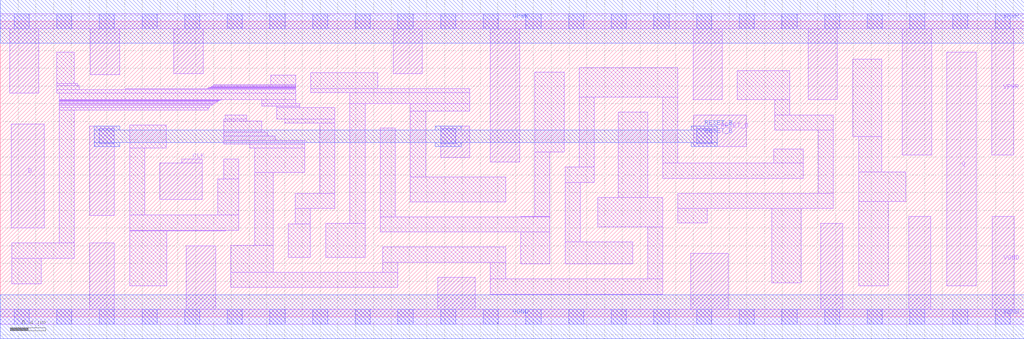
<source format=lef>
# Copyright 2020 The SkyWater PDK Authors
#
# Licensed under the Apache License, Version 2.0 (the "License");
# you may not use this file except in compliance with the License.
# You may obtain a copy of the License at
#
#     https://www.apache.org/licenses/LICENSE-2.0
#
# Unless required by applicable law or agreed to in writing, software
# distributed under the License is distributed on an "AS IS" BASIS,
# WITHOUT WARRANTIES OR CONDITIONS OF ANY KIND, either express or implied.
# See the License for the specific language governing permissions and
# limitations under the License.
#
# SPDX-License-Identifier: Apache-2.0

VERSION 5.7 ;
  NAMESCASESENSITIVE ON ;
  NOWIREEXTENSIONATPIN ON ;
  DIVIDERCHAR "/" ;
  BUSBITCHARS "[]" ;
UNITS
  DATABASE MICRONS 200 ;
END UNITS
MACRO sky130_fd_sc_ls__dfrtp_2
  CLASS CORE ;
  SOURCE USER ;
  FOREIGN sky130_fd_sc_ls__dfrtp_2 ;
  ORIGIN  0.000000  0.000000 ;
  SIZE  11.52000 BY  3.330000 ;
  SYMMETRY X Y R90 ;
  SITE unit ;
  PIN D
    ANTENNAGATEAREA  0.126000 ;
    DIRECTION INPUT ;
    USE SIGNAL ;
    PORT
      LAYER li1 ;
        RECT 0.125000 1.000000 0.495000 2.170000 ;
    END
  END D
  PIN Q
    ANTENNADIFFAREA  0.543200 ;
    DIRECTION OUTPUT ;
    USE SIGNAL ;
    PORT
      LAYER li1 ;
        RECT 10.650000 0.350000 10.980000 2.980000 ;
    END
  END Q
  PIN RESET_B
    ANTENNAGATEAREA  0.378000 ;
    DIRECTION INPUT ;
    USE SIGNAL ;
    PORT
      LAYER li1 ;
        RECT 1.005000 1.140000 1.285000 2.150000 ;
        RECT 4.955000 1.795000 5.285000 2.150000 ;
        RECT 7.805000 1.920000 8.395000 2.275000 ;
      LAYER mcon ;
        RECT 1.115000 1.950000 1.285000 2.120000 ;
        RECT 4.955000 1.950000 5.125000 2.120000 ;
        RECT 7.835000 1.950000 8.005000 2.120000 ;
      LAYER met1 ;
        RECT 1.055000 1.920000 1.345000 1.965000 ;
        RECT 1.055000 1.965000 8.065000 2.105000 ;
        RECT 1.055000 2.105000 1.345000 2.150000 ;
        RECT 4.895000 1.920000 5.185000 1.965000 ;
        RECT 4.895000 2.105000 5.185000 2.150000 ;
        RECT 7.775000 1.920000 8.065000 1.965000 ;
        RECT 7.775000 2.105000 8.065000 2.150000 ;
    END
  END RESET_B
  PIN CLK
    ANTENNAGATEAREA  0.261000 ;
    DIRECTION INPUT ;
    USE CLOCK ;
    PORT
      LAYER li1 ;
        RECT 1.795000 1.320000 2.275000 1.730000 ;
        RECT 2.045000 1.730000 2.275000 1.780000 ;
    END
  END CLK
  PIN VGND
    DIRECTION INOUT ;
    SHAPE ABUTMENT ;
    USE GROUND ;
    PORT
      LAYER li1 ;
        RECT  0.000000 -0.085000 11.520000 0.085000 ;
        RECT  1.005000  0.085000  1.285000 0.830000 ;
        RECT  2.095000  0.085000  2.425000 0.800000 ;
        RECT  4.920000  0.085000  5.345000 0.445000 ;
        RECT  7.770000  0.085000  8.190000 0.715000 ;
        RECT  9.230000  0.085000  9.480000 1.050000 ;
        RECT 10.220000  0.085000 10.470000 1.130000 ;
        RECT 11.160000  0.085000 11.410000 1.130000 ;
      LAYER mcon ;
        RECT  0.155000 -0.085000  0.325000 0.085000 ;
        RECT  0.635000 -0.085000  0.805000 0.085000 ;
        RECT  1.115000 -0.085000  1.285000 0.085000 ;
        RECT  1.595000 -0.085000  1.765000 0.085000 ;
        RECT  2.075000 -0.085000  2.245000 0.085000 ;
        RECT  2.555000 -0.085000  2.725000 0.085000 ;
        RECT  3.035000 -0.085000  3.205000 0.085000 ;
        RECT  3.515000 -0.085000  3.685000 0.085000 ;
        RECT  3.995000 -0.085000  4.165000 0.085000 ;
        RECT  4.475000 -0.085000  4.645000 0.085000 ;
        RECT  4.955000 -0.085000  5.125000 0.085000 ;
        RECT  5.435000 -0.085000  5.605000 0.085000 ;
        RECT  5.915000 -0.085000  6.085000 0.085000 ;
        RECT  6.395000 -0.085000  6.565000 0.085000 ;
        RECT  6.875000 -0.085000  7.045000 0.085000 ;
        RECT  7.355000 -0.085000  7.525000 0.085000 ;
        RECT  7.835000 -0.085000  8.005000 0.085000 ;
        RECT  8.315000 -0.085000  8.485000 0.085000 ;
        RECT  8.795000 -0.085000  8.965000 0.085000 ;
        RECT  9.275000 -0.085000  9.445000 0.085000 ;
        RECT  9.755000 -0.085000  9.925000 0.085000 ;
        RECT 10.235000 -0.085000 10.405000 0.085000 ;
        RECT 10.715000 -0.085000 10.885000 0.085000 ;
        RECT 11.195000 -0.085000 11.365000 0.085000 ;
      LAYER met1 ;
        RECT 0.000000 -0.245000 11.520000 0.245000 ;
    END
  END VGND
  PIN VPWR
    DIRECTION INOUT ;
    SHAPE ABUTMENT ;
    USE POWER ;
    PORT
      LAYER li1 ;
        RECT  0.000000 3.245000 11.520000 3.415000 ;
        RECT  0.105000 2.520000  0.435000 3.245000 ;
        RECT  1.015000 2.730000  1.345000 3.245000 ;
        RECT  1.955000 2.740000  2.285000 3.245000 ;
        RECT  4.420000 2.740000  4.750000 3.245000 ;
        RECT  5.515000 1.745000  5.845000 3.245000 ;
        RECT  7.795000 2.445000  8.125000 3.245000 ;
        RECT  9.090000 2.445000  9.420000 3.245000 ;
        RECT 10.150000 1.820000 10.480000 3.245000 ;
        RECT 11.155000 1.820000 11.405000 3.245000 ;
      LAYER mcon ;
        RECT  0.155000 3.245000  0.325000 3.415000 ;
        RECT  0.635000 3.245000  0.805000 3.415000 ;
        RECT  1.115000 3.245000  1.285000 3.415000 ;
        RECT  1.595000 3.245000  1.765000 3.415000 ;
        RECT  2.075000 3.245000  2.245000 3.415000 ;
        RECT  2.555000 3.245000  2.725000 3.415000 ;
        RECT  3.035000 3.245000  3.205000 3.415000 ;
        RECT  3.515000 3.245000  3.685000 3.415000 ;
        RECT  3.995000 3.245000  4.165000 3.415000 ;
        RECT  4.475000 3.245000  4.645000 3.415000 ;
        RECT  4.955000 3.245000  5.125000 3.415000 ;
        RECT  5.435000 3.245000  5.605000 3.415000 ;
        RECT  5.915000 3.245000  6.085000 3.415000 ;
        RECT  6.395000 3.245000  6.565000 3.415000 ;
        RECT  6.875000 3.245000  7.045000 3.415000 ;
        RECT  7.355000 3.245000  7.525000 3.415000 ;
        RECT  7.835000 3.245000  8.005000 3.415000 ;
        RECT  8.315000 3.245000  8.485000 3.415000 ;
        RECT  8.795000 3.245000  8.965000 3.415000 ;
        RECT  9.275000 3.245000  9.445000 3.415000 ;
        RECT  9.755000 3.245000  9.925000 3.415000 ;
        RECT 10.235000 3.245000 10.405000 3.415000 ;
        RECT 10.715000 3.245000 10.885000 3.415000 ;
        RECT 11.195000 3.245000 11.365000 3.415000 ;
      LAYER met1 ;
        RECT 0.000000 3.085000 11.520000 3.575000 ;
    END
  END VPWR
  OBS
    LAYER li1 ;
      RECT 0.130000 0.370000  0.460000 0.660000 ;
      RECT 0.130000 0.660000  0.835000 0.830000 ;
      RECT 0.635000 2.520000  3.325000 2.560000 ;
      RECT 0.635000 2.560000  0.890000 2.605000 ;
      RECT 0.635000 2.605000  0.870000 2.630000 ;
      RECT 0.635000 2.630000  0.835000 2.980000 ;
      RECT 0.665000 0.830000  0.835000 2.330000 ;
      RECT 0.665000 2.330000  2.340000 2.355000 ;
      RECT 0.665000 2.355000  2.360000 2.380000 ;
      RECT 0.665000 2.380000  2.385000 2.395000 ;
      RECT 0.665000 2.395000  2.405000 2.405000 ;
      RECT 0.665000 2.405000  2.420000 2.420000 ;
      RECT 0.665000 2.420000  2.440000 2.430000 ;
      RECT 0.665000 2.430000  2.460000 2.435000 ;
      RECT 0.665000 2.435000  2.470000 2.440000 ;
      RECT 0.665000 2.440000  2.485000 2.445000 ;
      RECT 0.665000 2.445000  3.325000 2.520000 ;
      RECT 1.405000 2.560000  3.325000 2.570000 ;
      RECT 1.455000 0.350000  1.875000 0.970000 ;
      RECT 1.455000 0.970000  2.540000 0.975000 ;
      RECT 1.455000 0.975000  2.685000 1.150000 ;
      RECT 1.455000 1.150000  1.625000 1.900000 ;
      RECT 1.455000 1.900000  1.865000 2.160000 ;
      RECT 2.330000 2.570000  3.325000 2.575000 ;
      RECT 2.345000 2.575000  3.325000 2.580000 ;
      RECT 2.355000 2.580000  3.325000 2.585000 ;
      RECT 2.365000 2.585000  3.325000 2.590000 ;
      RECT 2.375000 2.590000  3.325000 2.595000 ;
      RECT 2.390000 2.595000  3.325000 2.605000 ;
      RECT 2.405000 2.605000  3.325000 2.615000 ;
      RECT 2.445000 1.150000  2.685000 1.550000 ;
      RECT 2.515000 1.550000  2.685000 1.775000 ;
      RECT 2.515000 1.945000  3.425000 1.985000 ;
      RECT 2.515000 1.985000  3.095000 2.035000 ;
      RECT 2.515000 2.035000  3.010000 2.080000 ;
      RECT 2.515000 2.080000  2.940000 2.205000 ;
      RECT 2.515000 2.205000  2.775000 2.230000 ;
      RECT 2.530000 2.230000  2.775000 2.275000 ;
      RECT 2.595000 0.330000  4.475000 0.500000 ;
      RECT 2.595000 0.500000  3.070000 0.805000 ;
      RECT 2.810000 1.900000  3.425000 1.945000 ;
      RECT 2.865000 0.805000  3.070000 1.625000 ;
      RECT 2.865000 1.625000  3.425000 1.900000 ;
      RECT 2.945000 2.375000  3.370000 2.400000 ;
      RECT 2.945000 2.400000  3.325000 2.445000 ;
      RECT 3.045000 2.615000  3.325000 2.725000 ;
      RECT 3.110000 2.230000  3.765000 2.355000 ;
      RECT 3.110000 2.355000  3.370000 2.375000 ;
      RECT 3.200000 2.185000  3.765000 2.230000 ;
      RECT 3.240000 0.670000  3.490000 1.045000 ;
      RECT 3.320000 1.045000  3.490000 1.220000 ;
      RECT 3.320000 1.220000  3.765000 1.390000 ;
      RECT 3.495000 2.525000  5.285000 2.570000 ;
      RECT 3.495000 2.570000  4.250000 2.750000 ;
      RECT 3.595000 1.390000  3.765000 2.185000 ;
      RECT 3.660000 0.670000  4.105000 1.050000 ;
      RECT 3.935000 1.050000  4.105000 2.400000 ;
      RECT 3.935000 2.400000  5.285000 2.525000 ;
      RECT 4.275000 0.955000  6.185000 1.125000 ;
      RECT 4.275000 1.125000  4.445000 2.125000 ;
      RECT 4.305000 0.500000  4.475000 0.615000 ;
      RECT 4.305000 0.615000  5.685000 0.785000 ;
      RECT 4.615000 1.295000  5.685000 1.575000 ;
      RECT 4.615000 1.575000  4.785000 2.320000 ;
      RECT 4.615000 2.320000  5.285000 2.400000 ;
      RECT 5.515000 0.255000  7.455000 0.425000 ;
      RECT 5.515000 0.425000  5.685000 0.615000 ;
      RECT 5.855000 0.595000  6.185000 0.955000 ;
      RECT 5.855000 1.125000  6.185000 1.130000 ;
      RECT 6.015000 1.130000  6.185000 1.855000 ;
      RECT 6.015000 1.855000  6.345000 2.755000 ;
      RECT 6.355000 0.595000  7.115000 0.845000 ;
      RECT 6.355000 0.845000  6.525000 1.515000 ;
      RECT 6.355000 1.515000  6.685000 1.685000 ;
      RECT 6.515000 1.685000  6.685000 2.475000 ;
      RECT 6.515000 2.475000  7.625000 2.805000 ;
      RECT 6.725000 1.015000  7.455000 1.345000 ;
      RECT 6.955000 1.345000  7.285000 2.305000 ;
      RECT 7.285000 0.425000  7.455000 1.015000 ;
      RECT 7.455000 1.560000  9.035000 1.730000 ;
      RECT 7.455000 1.730000  7.625000 2.475000 ;
      RECT 7.625000 1.060000  7.955000 1.220000 ;
      RECT 7.625000 1.220000  9.375000 1.390000 ;
      RECT 8.295000 2.445000  8.885000 2.775000 ;
      RECT 8.680000 0.385000  9.010000 1.220000 ;
      RECT 8.705000 1.730000  9.035000 1.890000 ;
      RECT 8.715000 2.105000  9.375000 2.275000 ;
      RECT 8.715000 2.275000  8.885000 2.445000 ;
      RECT 9.205000 1.390000  9.375000 2.105000 ;
      RECT 9.590000 2.030000  9.920000 2.905000 ;
      RECT 9.660000 0.350000  9.990000 1.300000 ;
      RECT 9.660000 1.300000 10.190000 1.630000 ;
      RECT 9.660000 1.630000  9.920000 2.030000 ;
  END
END sky130_fd_sc_ls__dfrtp_2

</source>
